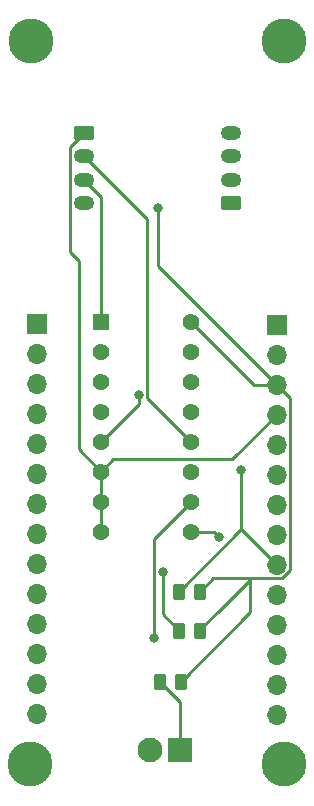
<source format=gbr>
%TF.GenerationSoftware,KiCad,Pcbnew,7.0.2-0*%
%TF.CreationDate,2024-02-15T09:00:13-05:00*%
%TF.ProjectId,Turbidity_v13,54757262-6964-4697-9479-5f7631332e6b,13*%
%TF.SameCoordinates,Original*%
%TF.FileFunction,Copper,L1,Top*%
%TF.FilePolarity,Positive*%
%FSLAX46Y46*%
G04 Gerber Fmt 4.6, Leading zero omitted, Abs format (unit mm)*
G04 Created by KiCad (PCBNEW 7.0.2-0) date 2024-02-15 09:00:13*
%MOMM*%
%LPD*%
G01*
G04 APERTURE LIST*
G04 Aperture macros list*
%AMRoundRect*
0 Rectangle with rounded corners*
0 $1 Rounding radius*
0 $2 $3 $4 $5 $6 $7 $8 $9 X,Y pos of 4 corners*
0 Add a 4 corners polygon primitive as box body*
4,1,4,$2,$3,$4,$5,$6,$7,$8,$9,$2,$3,0*
0 Add four circle primitives for the rounded corners*
1,1,$1+$1,$2,$3*
1,1,$1+$1,$4,$5*
1,1,$1+$1,$6,$7*
1,1,$1+$1,$8,$9*
0 Add four rect primitives between the rounded corners*
20,1,$1+$1,$2,$3,$4,$5,0*
20,1,$1+$1,$4,$5,$6,$7,0*
20,1,$1+$1,$6,$7,$8,$9,0*
20,1,$1+$1,$8,$9,$2,$3,0*%
G04 Aperture macros list end*
%TA.AperFunction,ComponentPad*%
%ADD10R,2.100000X2.100000*%
%TD*%
%TA.AperFunction,ComponentPad*%
%ADD11C,2.100000*%
%TD*%
%TA.AperFunction,SMDPad,CuDef*%
%ADD12RoundRect,0.250000X-0.262500X-0.450000X0.262500X-0.450000X0.262500X0.450000X-0.262500X0.450000X0*%
%TD*%
%TA.AperFunction,ComponentPad*%
%ADD13C,3.800000*%
%TD*%
%TA.AperFunction,ComponentPad*%
%ADD14R,1.425000X1.425000*%
%TD*%
%TA.AperFunction,ComponentPad*%
%ADD15C,1.425000*%
%TD*%
%TA.AperFunction,ComponentPad*%
%ADD16R,1.700000X1.700000*%
%TD*%
%TA.AperFunction,ComponentPad*%
%ADD17O,1.700000X1.700000*%
%TD*%
%TA.AperFunction,SMDPad,CuDef*%
%ADD18RoundRect,0.250000X0.262500X0.450000X-0.262500X0.450000X-0.262500X-0.450000X0.262500X-0.450000X0*%
%TD*%
%TA.AperFunction,ComponentPad*%
%ADD19RoundRect,0.250000X-0.625000X0.350000X-0.625000X-0.350000X0.625000X-0.350000X0.625000X0.350000X0*%
%TD*%
%TA.AperFunction,ComponentPad*%
%ADD20O,1.750000X1.200000*%
%TD*%
%TA.AperFunction,ComponentPad*%
%ADD21RoundRect,0.250000X0.625000X-0.350000X0.625000X0.350000X-0.625000X0.350000X-0.625000X-0.350000X0*%
%TD*%
%TA.AperFunction,ViaPad*%
%ADD22C,0.800000*%
%TD*%
%TA.AperFunction,Conductor*%
%ADD23C,0.250000*%
%TD*%
G04 APERTURE END LIST*
D10*
%TO.P,J1,1,Pin_1*%
%TO.N,Net-(J1-Pin_1)*%
X151333200Y-120091200D03*
D11*
%TO.P,J1,2,Pin_2*%
%TO.N,/GND*%
X148793200Y-120091200D03*
%TD*%
D12*
%TO.P,R1,1*%
%TO.N,/SCL*%
X151235400Y-109982000D03*
%TO.P,R1,2*%
%TO.N,/3.3V*%
X153060400Y-109982000D03*
%TD*%
D13*
%TO.P,REF\u002A\u002A,1*%
%TO.N,N/C*%
X138633200Y-121310400D03*
%TD*%
D14*
%TO.P,IC1,1,1*%
%TO.N,/1(SCL)*%
X144653000Y-83820000D03*
D15*
%TO.P,IC1,2,2*%
%TO.N,unconnected-(IC1-Pad2)*%
X144653000Y-86360000D03*
%TO.P,IC1,3,3*%
%TO.N,/SCL*%
X144653000Y-88900000D03*
%TO.P,IC1,4,4*%
%TO.N,unconnected-(IC1-Pad4)*%
X144653000Y-91440000D03*
%TO.P,IC1,5,5*%
%TO.N,/5(SCL)*%
X144653000Y-93980000D03*
%TO.P,IC1,6,6*%
%TO.N,/GND*%
X144653000Y-96520000D03*
%TO.P,IC1,7,7*%
X144653000Y-99060000D03*
%TO.P,IC1,8,8*%
X144653000Y-101600000D03*
%TO.P,IC1,9,9*%
%TO.N,/D8*%
X152273000Y-101600000D03*
%TO.P,IC1,10,10*%
%TO.N,/D6*%
X152273000Y-99060000D03*
%TO.P,IC1,11,11*%
%TO.N,unconnected-(IC1-Pad11)*%
X152273000Y-96520000D03*
%TO.P,IC1,12,12*%
%TO.N,/12(SDA)*%
X152273000Y-93980000D03*
%TO.P,IC1,13,13*%
%TO.N,/SDA*%
X152273000Y-91440000D03*
%TO.P,IC1,14,14*%
%TO.N,/14(SDA)*%
X152273000Y-88900000D03*
%TO.P,IC1,15,15*%
%TO.N,unconnected-(IC1-Pad15)*%
X152273000Y-86360000D03*
%TO.P,IC1,16,16*%
%TO.N,/3.3V*%
X152273000Y-83820000D03*
%TD*%
D16*
%TO.P,J4,1,Pin_1*%
%TO.N,unconnected-(J4-Pin_1-Pad1)*%
X159512000Y-84074000D03*
D17*
%TO.P,J4,2,Pin_2*%
%TO.N,unconnected-(J4-Pin_2-Pad2)*%
X159512000Y-86614000D03*
%TO.P,J4,3,Pin_3*%
%TO.N,/3.3V*%
X159512000Y-89154000D03*
%TO.P,J4,4,Pin_4*%
%TO.N,/GND*%
X159512000Y-91694000D03*
%TO.P,J4,5,Pin_5*%
%TO.N,unconnected-(J4-Pin_5-Pad5)*%
X159512000Y-94234000D03*
%TO.P,J4,6,Pin_6*%
%TO.N,unconnected-(J4-Pin_6-Pad6)*%
X159512000Y-96774000D03*
%TO.P,J4,7,Pin_7*%
%TO.N,unconnected-(J4-Pin_7-Pad7)*%
X159512000Y-99314000D03*
%TO.P,J4,8,Pin_8*%
%TO.N,/SCL*%
X159512000Y-101854000D03*
%TO.P,J4,9,Pin_9*%
%TO.N,/SDA*%
X159512000Y-104394000D03*
%TO.P,J4,10,Pin_10*%
%TO.N,unconnected-(J4-Pin_10-Pad10)*%
X159512000Y-106934000D03*
%TO.P,J4,11,Pin_11*%
%TO.N,unconnected-(J4-Pin_11-Pad11)*%
X159512000Y-109474000D03*
%TO.P,J4,12,Pin_12*%
%TO.N,/D8*%
X159512000Y-112014000D03*
%TO.P,J4,13,Pin_13*%
%TO.N,unconnected-(J4-Pin_13-Pad13)*%
X159512000Y-114554000D03*
%TO.P,J4,14,Pin_14*%
%TO.N,/D6*%
X159512000Y-117094000D03*
%TD*%
D18*
%TO.P,R3,1*%
%TO.N,/3.3V*%
X151431000Y-114300000D03*
%TO.P,R3,2*%
%TO.N,Net-(J1-Pin_1)*%
X149606000Y-114300000D03*
%TD*%
D13*
%TO.P,REF\u002A\u002A,1*%
%TO.N,N/C*%
X160147000Y-60071000D03*
%TD*%
D19*
%TO.P,J3,1,Pin_1*%
%TO.N,/GND*%
X143205200Y-67815200D03*
D20*
%TO.P,J3,2,Pin_2*%
%TO.N,/12(SDA)*%
X143205200Y-69815200D03*
%TO.P,J3,3,Pin_3*%
%TO.N,/1(SCL)*%
X143205200Y-71815200D03*
%TO.P,J3,4,Pin_4*%
%TO.N,/3.3V*%
X143205200Y-73815200D03*
%TD*%
D13*
%TO.P,REF\u002A\u002A,1*%
%TO.N,N/C*%
X138684000Y-60071000D03*
%TD*%
D21*
%TO.P,J2,1,Pin_1*%
%TO.N,/GND*%
X155690400Y-73818000D03*
D20*
%TO.P,J2,2,Pin_2*%
%TO.N,/14(SDA)*%
X155690400Y-71818000D03*
%TO.P,J2,3,Pin_3*%
%TO.N,/5(SCL)*%
X155690400Y-69818000D03*
%TO.P,J2,4,Pin_4*%
%TO.N,/3.3V*%
X155690400Y-67818000D03*
%TD*%
D18*
%TO.P,R2,1*%
%TO.N,/3.3V*%
X153056600Y-106680000D03*
%TO.P,R2,2*%
%TO.N,/SDA*%
X151231600Y-106680000D03*
%TD*%
D16*
%TO.P,J5,1,Pin_1*%
%TO.N,unconnected-(J5-Pin_1-Pad1)*%
X139242800Y-84023200D03*
D17*
%TO.P,J5,2,Pin_2*%
%TO.N,unconnected-(J5-Pin_2-Pad2)*%
X139242800Y-86563200D03*
%TO.P,J5,3,Pin_3*%
%TO.N,unconnected-(J5-Pin_3-Pad3)*%
X139242800Y-89103200D03*
%TO.P,J5,4,Pin_4*%
%TO.N,unconnected-(J5-Pin_4-Pad4)*%
X139242800Y-91643200D03*
%TO.P,J5,5,Pin_5*%
%TO.N,unconnected-(J5-Pin_5-Pad5)*%
X139242800Y-94183200D03*
%TO.P,J5,6,Pin_6*%
%TO.N,unconnected-(J5-Pin_6-Pad6)*%
X139242800Y-96723200D03*
%TO.P,J5,7,Pin_7*%
%TO.N,unconnected-(J5-Pin_7-Pad7)*%
X139242800Y-99263200D03*
%TO.P,J5,8,Pin_8*%
%TO.N,unconnected-(J5-Pin_8-Pad8)*%
X139242800Y-101803200D03*
%TO.P,J5,9,Pin_9*%
%TO.N,unconnected-(J5-Pin_9-Pad9)*%
X139242800Y-104343200D03*
%TO.P,J5,10,Pin_10*%
%TO.N,unconnected-(J5-Pin_10-Pad10)*%
X139242800Y-106883200D03*
%TO.P,J5,11,Pin_11*%
%TO.N,unconnected-(J5-Pin_11-Pad11)*%
X139242800Y-109423200D03*
%TO.P,J5,12,Pin_12*%
%TO.N,unconnected-(J5-Pin_12-Pad12)*%
X139242800Y-111963200D03*
%TO.P,J5,13,Pin_13*%
%TO.N,unconnected-(J5-Pin_13-Pad13)*%
X139242800Y-114503200D03*
%TO.P,J5,14,Pin_14*%
%TO.N,unconnected-(J5-Pin_14-Pad14)*%
X139242800Y-117043200D03*
%TD*%
D13*
%TO.P,REF\u002A\u002A,1*%
%TO.N,N/C*%
X160147000Y-121310400D03*
%TD*%
D22*
%TO.N,/3.3V*%
X149504400Y-74218800D03*
%TO.N,/SCL*%
X149860000Y-105003600D03*
%TO.N,/SDA*%
X156514800Y-96418400D03*
%TO.N,/D8*%
X154635200Y-102057200D03*
%TO.N,/D6*%
X149098000Y-110642400D03*
%TO.N,/5(SCL)*%
X147828000Y-90017600D03*
%TD*%
D23*
%TO.N,Net-(J1-Pin_1)*%
X149606000Y-114300000D02*
X151333200Y-116027200D01*
X151333200Y-116027200D02*
X151333200Y-120091200D01*
%TO.N,/GND*%
X142005200Y-77945948D02*
X142748000Y-78688748D01*
X143205200Y-67815200D02*
X142005200Y-69015200D01*
X142748000Y-78688748D02*
X142748000Y-94615000D01*
X142005200Y-69015200D02*
X142005200Y-77945948D01*
X144653000Y-101600000D02*
X144653000Y-99060000D01*
X155723500Y-95482500D02*
X145690500Y-95482500D01*
X142748000Y-94615000D02*
X144653000Y-96520000D01*
X159512000Y-91694000D02*
X155723500Y-95482500D01*
X145690500Y-95482500D02*
X144653000Y-96520000D01*
X144653000Y-96520000D02*
X144653000Y-99060000D01*
%TO.N,/3.3V*%
X159512000Y-89154000D02*
X157607000Y-89154000D01*
X157280100Y-108450900D02*
X151431000Y-114300000D01*
X154714700Y-108232700D02*
X157280100Y-105667300D01*
X149504400Y-79146400D02*
X159512000Y-89154000D01*
X157607000Y-89154000D02*
X152273000Y-83820000D01*
X157378400Y-105569000D02*
X159998701Y-105569000D01*
X157280100Y-105667300D02*
X157280100Y-108450900D01*
X160687000Y-104880701D02*
X160687000Y-90329000D01*
X153056600Y-106680000D02*
X154167600Y-105569000D01*
X159998701Y-105569000D02*
X160687000Y-104880701D01*
X153060400Y-109887000D02*
X154714700Y-108232700D01*
X157280100Y-105667300D02*
X157378400Y-105569000D01*
X154167600Y-105569000D02*
X157378400Y-105569000D01*
X149504400Y-74218800D02*
X149504400Y-79146400D01*
X160687000Y-90329000D02*
X159512000Y-89154000D01*
X153060400Y-109982000D02*
X153060400Y-109887000D01*
%TO.N,/SCL*%
X149860000Y-108606600D02*
X149860000Y-105003600D01*
X151235400Y-109982000D02*
X149860000Y-108606600D01*
%TO.N,/SDA*%
X151231600Y-106680000D02*
X156514800Y-101396800D01*
X156514800Y-101396800D02*
X156514800Y-96418400D01*
X159512000Y-104394000D02*
X156514800Y-101396800D01*
%TO.N,/D8*%
X154635200Y-102057200D02*
X154178000Y-101600000D01*
X154178000Y-101600000D02*
X152273000Y-101600000D01*
%TO.N,/D6*%
X149098000Y-110642400D02*
X149098000Y-102235000D01*
X149098000Y-102235000D02*
X152273000Y-99060000D01*
%TO.N,/1(SCL)*%
X143205200Y-71815200D02*
X144653000Y-73263000D01*
X144653000Y-73263000D02*
X144653000Y-83820000D01*
%TO.N,/5(SCL)*%
X147828000Y-90805000D02*
X144653000Y-93980000D01*
X147828000Y-90017600D02*
X147828000Y-90805000D01*
%TO.N,/12(SDA)*%
X148553000Y-75163000D02*
X148553000Y-90260000D01*
X143205200Y-69815200D02*
X148553000Y-75163000D01*
X148553000Y-90260000D02*
X152273000Y-93980000D01*
%TD*%
M02*

</source>
